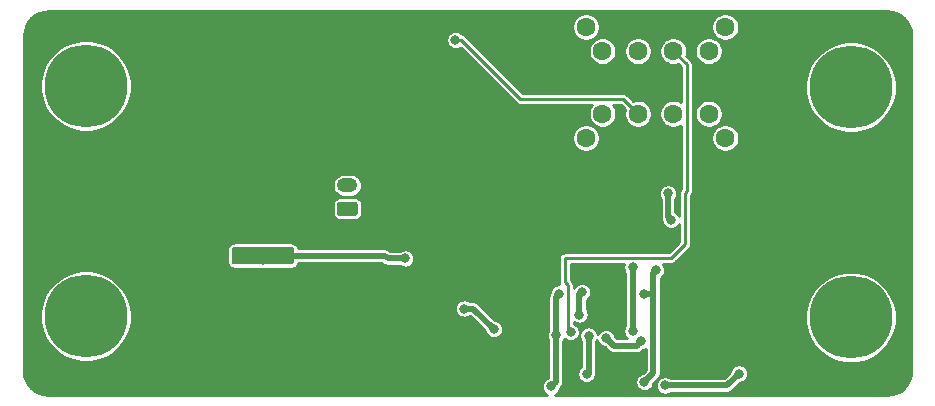
<source format=gbl>
G04 #@! TF.GenerationSoftware,KiCad,Pcbnew,(5.1.0)-1*
G04 #@! TF.CreationDate,2019-05-21T21:29:46+02:00*
G04 #@! TF.ProjectId,currentscaler,63757272-656e-4747-9363-616c65722e6b,rev?*
G04 #@! TF.SameCoordinates,Original*
G04 #@! TF.FileFunction,Copper,L2,Bot*
G04 #@! TF.FilePolarity,Positive*
%FSLAX46Y46*%
G04 Gerber Fmt 4.6, Leading zero omitted, Abs format (unit mm)*
G04 Created by KiCad (PCBNEW (5.1.0)-1) date 2019-05-21 21:29:46*
%MOMM*%
%LPD*%
G04 APERTURE LIST*
%ADD10O,1.750000X1.200000*%
%ADD11C,0.100000*%
%ADD12C,1.200000*%
%ADD13C,1.475000*%
%ADD14C,1.600000*%
%ADD15C,7.000000*%
%ADD16C,0.800000*%
%ADD17C,0.500000*%
%ADD18C,0.250000*%
%ADD19C,0.254000*%
G04 APERTURE END LIST*
D10*
X125600000Y-107800000D03*
D11*
G36*
X126249505Y-109201204D02*
G01*
X126273773Y-109204804D01*
X126297572Y-109210765D01*
X126320671Y-109219030D01*
X126342850Y-109229520D01*
X126363893Y-109242132D01*
X126383599Y-109256747D01*
X126401777Y-109273223D01*
X126418253Y-109291401D01*
X126432868Y-109311107D01*
X126445480Y-109332150D01*
X126455970Y-109354329D01*
X126464235Y-109377428D01*
X126470196Y-109401227D01*
X126473796Y-109425495D01*
X126475000Y-109449999D01*
X126475000Y-110150001D01*
X126473796Y-110174505D01*
X126470196Y-110198773D01*
X126464235Y-110222572D01*
X126455970Y-110245671D01*
X126445480Y-110267850D01*
X126432868Y-110288893D01*
X126418253Y-110308599D01*
X126401777Y-110326777D01*
X126383599Y-110343253D01*
X126363893Y-110357868D01*
X126342850Y-110370480D01*
X126320671Y-110380970D01*
X126297572Y-110389235D01*
X126273773Y-110395196D01*
X126249505Y-110398796D01*
X126225001Y-110400000D01*
X124974999Y-110400000D01*
X124950495Y-110398796D01*
X124926227Y-110395196D01*
X124902428Y-110389235D01*
X124879329Y-110380970D01*
X124857150Y-110370480D01*
X124836107Y-110357868D01*
X124816401Y-110343253D01*
X124798223Y-110326777D01*
X124781747Y-110308599D01*
X124767132Y-110288893D01*
X124754520Y-110267850D01*
X124744030Y-110245671D01*
X124735765Y-110222572D01*
X124729804Y-110198773D01*
X124726204Y-110174505D01*
X124725000Y-110150001D01*
X124725000Y-109449999D01*
X124726204Y-109425495D01*
X124729804Y-109401227D01*
X124735765Y-109377428D01*
X124744030Y-109354329D01*
X124754520Y-109332150D01*
X124767132Y-109311107D01*
X124781747Y-109291401D01*
X124798223Y-109273223D01*
X124816401Y-109256747D01*
X124836107Y-109242132D01*
X124857150Y-109229520D01*
X124879329Y-109219030D01*
X124902428Y-109210765D01*
X124926227Y-109204804D01*
X124950495Y-109201204D01*
X124974999Y-109200000D01*
X126225001Y-109200000D01*
X126249505Y-109201204D01*
X126249505Y-109201204D01*
G37*
D12*
X125600000Y-109800000D03*
D11*
G36*
X120874504Y-113026204D02*
G01*
X120898773Y-113029804D01*
X120922571Y-113035765D01*
X120945671Y-113044030D01*
X120967849Y-113054520D01*
X120988893Y-113067133D01*
X121008598Y-113081747D01*
X121026777Y-113098223D01*
X121043253Y-113116402D01*
X121057867Y-113136107D01*
X121070480Y-113157151D01*
X121080970Y-113179329D01*
X121089235Y-113202429D01*
X121095196Y-113226227D01*
X121098796Y-113250496D01*
X121100000Y-113275000D01*
X121100000Y-114250000D01*
X121098796Y-114274504D01*
X121095196Y-114298773D01*
X121089235Y-114322571D01*
X121080970Y-114345671D01*
X121070480Y-114367849D01*
X121057867Y-114388893D01*
X121043253Y-114408598D01*
X121026777Y-114426777D01*
X121008598Y-114443253D01*
X120988893Y-114457867D01*
X120967849Y-114470480D01*
X120945671Y-114480970D01*
X120922571Y-114489235D01*
X120898773Y-114495196D01*
X120874504Y-114498796D01*
X120850000Y-114500000D01*
X116050000Y-114500000D01*
X116025496Y-114498796D01*
X116001227Y-114495196D01*
X115977429Y-114489235D01*
X115954329Y-114480970D01*
X115932151Y-114470480D01*
X115911107Y-114457867D01*
X115891402Y-114443253D01*
X115873223Y-114426777D01*
X115856747Y-114408598D01*
X115842133Y-114388893D01*
X115829520Y-114367849D01*
X115819030Y-114345671D01*
X115810765Y-114322571D01*
X115804804Y-114298773D01*
X115801204Y-114274504D01*
X115800000Y-114250000D01*
X115800000Y-113275000D01*
X115801204Y-113250496D01*
X115804804Y-113226227D01*
X115810765Y-113202429D01*
X115819030Y-113179329D01*
X115829520Y-113157151D01*
X115842133Y-113136107D01*
X115856747Y-113116402D01*
X115873223Y-113098223D01*
X115891402Y-113081747D01*
X115911107Y-113067133D01*
X115932151Y-113054520D01*
X115954329Y-113044030D01*
X115977429Y-113035765D01*
X116001227Y-113029804D01*
X116025496Y-113026204D01*
X116050000Y-113025000D01*
X120850000Y-113025000D01*
X120874504Y-113026204D01*
X120874504Y-113026204D01*
G37*
D13*
X118450000Y-113762500D03*
D11*
G36*
X120874504Y-103401204D02*
G01*
X120898773Y-103404804D01*
X120922571Y-103410765D01*
X120945671Y-103419030D01*
X120967849Y-103429520D01*
X120988893Y-103442133D01*
X121008598Y-103456747D01*
X121026777Y-103473223D01*
X121043253Y-103491402D01*
X121057867Y-103511107D01*
X121070480Y-103532151D01*
X121080970Y-103554329D01*
X121089235Y-103577429D01*
X121095196Y-103601227D01*
X121098796Y-103625496D01*
X121100000Y-103650000D01*
X121100000Y-104625000D01*
X121098796Y-104649504D01*
X121095196Y-104673773D01*
X121089235Y-104697571D01*
X121080970Y-104720671D01*
X121070480Y-104742849D01*
X121057867Y-104763893D01*
X121043253Y-104783598D01*
X121026777Y-104801777D01*
X121008598Y-104818253D01*
X120988893Y-104832867D01*
X120967849Y-104845480D01*
X120945671Y-104855970D01*
X120922571Y-104864235D01*
X120898773Y-104870196D01*
X120874504Y-104873796D01*
X120850000Y-104875000D01*
X116050000Y-104875000D01*
X116025496Y-104873796D01*
X116001227Y-104870196D01*
X115977429Y-104864235D01*
X115954329Y-104855970D01*
X115932151Y-104845480D01*
X115911107Y-104832867D01*
X115891402Y-104818253D01*
X115873223Y-104801777D01*
X115856747Y-104783598D01*
X115842133Y-104763893D01*
X115829520Y-104742849D01*
X115819030Y-104720671D01*
X115810765Y-104697571D01*
X115804804Y-104673773D01*
X115801204Y-104649504D01*
X115800000Y-104625000D01*
X115800000Y-103650000D01*
X115801204Y-103625496D01*
X115804804Y-103601227D01*
X115810765Y-103577429D01*
X115819030Y-103554329D01*
X115829520Y-103532151D01*
X115842133Y-103511107D01*
X115856747Y-103491402D01*
X115873223Y-103473223D01*
X115891402Y-103456747D01*
X115911107Y-103442133D01*
X115932151Y-103429520D01*
X115954329Y-103419030D01*
X115977429Y-103410765D01*
X116001227Y-103404804D01*
X116025496Y-103401204D01*
X116050000Y-103400000D01*
X120850000Y-103400000D01*
X120874504Y-103401204D01*
X120874504Y-103401204D01*
G37*
D13*
X118450000Y-104137500D03*
D14*
X156200000Y-101750000D03*
X153200000Y-101750000D03*
X150200000Y-101750000D03*
X147200000Y-101750000D03*
X156200000Y-96450000D03*
X150200000Y-96450000D03*
X147200000Y-96450000D03*
X153200000Y-96450000D03*
X145800000Y-94400000D03*
X157600000Y-94400000D03*
X157600000Y-103800000D03*
X145800000Y-103800000D03*
D15*
X168230000Y-119000000D03*
X168230000Y-99500000D03*
X103460000Y-99390000D03*
X103460000Y-118890000D03*
D16*
X135500000Y-118250000D03*
X138000000Y-120000000D03*
X130500000Y-114000000D03*
X149750000Y-114750000D03*
X149750000Y-120162490D03*
X153250000Y-119250000D03*
X158750000Y-123750000D03*
X152500000Y-124750000D03*
X152750000Y-108500000D03*
X153000000Y-110750000D03*
X144500000Y-120250000D03*
X145250000Y-118750000D03*
X145470306Y-116832457D03*
X146024999Y-120533001D03*
X145850000Y-123787500D03*
X151750000Y-115000000D03*
X150750000Y-117000000D03*
X150750000Y-124449990D03*
X150500000Y-121000000D03*
X147500000Y-120750000D03*
X143250000Y-120500000D03*
X142840000Y-124840000D03*
X143524990Y-116973909D03*
X134750000Y-95500000D03*
X148400000Y-120200000D03*
X141200000Y-115800000D03*
X141000000Y-109200000D03*
D17*
X135500000Y-118250000D02*
X136250000Y-118250000D01*
X136250000Y-118250000D02*
X138000000Y-120000000D01*
X128700000Y-113762500D02*
X117700000Y-113762500D01*
X129000000Y-114000000D02*
X128800000Y-113800000D01*
X130500000Y-114000000D02*
X129000000Y-114000000D01*
X149750000Y-114750000D02*
X149750000Y-120162490D01*
X158750000Y-123750000D02*
X157750000Y-124750000D01*
X157750000Y-124750000D02*
X152500000Y-124750000D01*
X152750000Y-108500000D02*
X152750000Y-110500000D01*
X152750000Y-110500000D02*
X153000000Y-110750000D01*
D18*
X144250000Y-120000000D02*
X144500000Y-120250000D01*
X144000000Y-116000000D02*
X144250000Y-116250000D01*
X144250000Y-116250000D02*
X144250000Y-120000000D01*
X144000000Y-114000000D02*
X144000000Y-116000000D01*
X154325001Y-97575001D02*
X154325001Y-108325001D01*
X153200000Y-96450000D02*
X154325001Y-97575001D01*
X154200000Y-108450002D02*
X154200000Y-112800000D01*
X154200000Y-112800000D02*
X153000000Y-114000000D01*
X154325001Y-108325001D02*
X154200000Y-108450002D01*
X153000000Y-114000000D02*
X144000000Y-114000000D01*
D17*
X145250000Y-118750000D02*
X145250000Y-117052763D01*
X145250000Y-117052763D02*
X145470306Y-116832457D01*
X146024999Y-120533001D02*
X146024999Y-123612501D01*
X146024999Y-123612501D02*
X145850000Y-123787500D01*
X151500000Y-115250000D02*
X151750000Y-115000000D01*
X150750000Y-117000000D02*
X151500000Y-117000000D01*
X151500000Y-117000000D02*
X151500000Y-115250000D01*
X151149999Y-124049991D02*
X150750000Y-124449990D01*
X151500000Y-123699990D02*
X151149999Y-124049991D01*
X151500000Y-117000000D02*
X151500000Y-123699990D01*
X148149999Y-121399999D02*
X147899999Y-121149999D01*
X147899999Y-121149999D02*
X147500000Y-120750000D01*
X150500000Y-121000000D02*
X150100001Y-121399999D01*
X150100001Y-121399999D02*
X148149999Y-121399999D01*
X143250000Y-120500000D02*
X143250000Y-124430000D01*
X143239999Y-124440001D02*
X142840000Y-124840000D01*
X143250000Y-124430000D02*
X143239999Y-124440001D01*
X143250000Y-117248899D02*
X143524990Y-116973909D01*
X143250000Y-120500000D02*
X143250000Y-117248899D01*
D18*
X135250000Y-95500000D02*
X134750000Y-95500000D01*
X140250000Y-100500000D02*
X135250000Y-95500000D01*
X150200000Y-101750000D02*
X148950000Y-100500000D01*
X148950000Y-100500000D02*
X140250000Y-100500000D01*
D19*
G36*
X171697216Y-93093919D02*
G01*
X172079297Y-93209276D01*
X172431701Y-93396652D01*
X172740996Y-93648906D01*
X172995405Y-93956433D01*
X173185238Y-94307522D01*
X173303259Y-94688787D01*
X173347200Y-95106854D01*
X173347201Y-123477844D01*
X173306081Y-123897217D01*
X173190723Y-124279301D01*
X173003347Y-124631702D01*
X172751092Y-124940998D01*
X172443566Y-125195405D01*
X172092479Y-125385237D01*
X171711213Y-125503259D01*
X171293138Y-125547200D01*
X143165156Y-125547200D01*
X143208426Y-125529277D01*
X143335818Y-125444156D01*
X143444156Y-125335818D01*
X143529277Y-125208426D01*
X143587909Y-125066876D01*
X143609498Y-124958344D01*
X143672112Y-124895730D01*
X143696069Y-124876069D01*
X143774522Y-124780474D01*
X143832817Y-124671411D01*
X143868716Y-124553070D01*
X143877800Y-124460836D01*
X143877800Y-124460833D01*
X143880837Y-124430000D01*
X143877800Y-124399167D01*
X143877800Y-120960432D01*
X143939277Y-120868426D01*
X143962467Y-120812441D01*
X144004182Y-120854156D01*
X144131574Y-120939277D01*
X144273124Y-120997909D01*
X144423393Y-121027800D01*
X144576607Y-121027800D01*
X144726876Y-120997909D01*
X144868426Y-120939277D01*
X144995818Y-120854156D01*
X145104156Y-120745818D01*
X145189277Y-120618426D01*
X145247199Y-120478590D01*
X145247199Y-120609608D01*
X145277090Y-120759877D01*
X145335722Y-120901427D01*
X145397199Y-120993434D01*
X145397200Y-123154600D01*
X145354182Y-123183344D01*
X145245844Y-123291682D01*
X145160723Y-123419074D01*
X145102091Y-123560624D01*
X145072200Y-123710893D01*
X145072200Y-123864107D01*
X145102091Y-124014376D01*
X145160723Y-124155926D01*
X145245844Y-124283318D01*
X145354182Y-124391656D01*
X145481574Y-124476777D01*
X145623124Y-124535409D01*
X145773393Y-124565300D01*
X145926607Y-124565300D01*
X146076876Y-124535409D01*
X146218426Y-124476777D01*
X146345818Y-124391656D01*
X146454156Y-124283318D01*
X146539277Y-124155926D01*
X146597909Y-124014376D01*
X146627800Y-123864107D01*
X146627800Y-123788035D01*
X146643715Y-123735571D01*
X146652799Y-123643337D01*
X146652799Y-123643327D01*
X146655835Y-123612501D01*
X146652799Y-123581675D01*
X146652799Y-120993433D01*
X146714276Y-120901427D01*
X146729684Y-120864229D01*
X146752091Y-120976876D01*
X146810723Y-121118426D01*
X146895844Y-121245818D01*
X147004182Y-121354156D01*
X147131574Y-121439277D01*
X147273124Y-121497909D01*
X147381656Y-121519498D01*
X147684269Y-121822111D01*
X147703930Y-121846068D01*
X147799525Y-121924521D01*
X147908588Y-121982816D01*
X148026929Y-122018715D01*
X148119163Y-122027799D01*
X148119172Y-122027799D01*
X148149998Y-122030835D01*
X148180824Y-122027799D01*
X150069175Y-122027799D01*
X150100001Y-122030835D01*
X150130827Y-122027799D01*
X150130837Y-122027799D01*
X150223071Y-122018715D01*
X150341412Y-121982816D01*
X150450475Y-121924521D01*
X150546070Y-121846068D01*
X150565731Y-121822111D01*
X150618344Y-121769498D01*
X150726876Y-121747909D01*
X150868426Y-121689277D01*
X150872201Y-121686755D01*
X150872201Y-123439947D01*
X150631656Y-123680492D01*
X150523124Y-123702081D01*
X150381574Y-123760713D01*
X150254182Y-123845834D01*
X150145844Y-123954172D01*
X150060723Y-124081564D01*
X150002091Y-124223114D01*
X149972200Y-124373383D01*
X149972200Y-124526597D01*
X150002091Y-124676866D01*
X150060723Y-124818416D01*
X150145844Y-124945808D01*
X150254182Y-125054146D01*
X150381574Y-125139267D01*
X150523124Y-125197899D01*
X150673393Y-125227790D01*
X150826607Y-125227790D01*
X150976876Y-125197899D01*
X151118426Y-125139267D01*
X151245818Y-125054146D01*
X151354156Y-124945808D01*
X151439277Y-124818416D01*
X151497909Y-124676866D01*
X151498599Y-124673393D01*
X151722200Y-124673393D01*
X151722200Y-124826607D01*
X151752091Y-124976876D01*
X151810723Y-125118426D01*
X151895844Y-125245818D01*
X152004182Y-125354156D01*
X152131574Y-125439277D01*
X152273124Y-125497909D01*
X152423393Y-125527800D01*
X152576607Y-125527800D01*
X152726876Y-125497909D01*
X152868426Y-125439277D01*
X152960432Y-125377800D01*
X157719174Y-125377800D01*
X157750000Y-125380836D01*
X157780826Y-125377800D01*
X157780836Y-125377800D01*
X157873070Y-125368716D01*
X157991411Y-125332817D01*
X158100474Y-125274522D01*
X158196069Y-125196069D01*
X158215730Y-125172112D01*
X158868345Y-124519498D01*
X158976876Y-124497909D01*
X159118426Y-124439277D01*
X159245818Y-124354156D01*
X159354156Y-124245818D01*
X159439277Y-124118426D01*
X159497909Y-123976876D01*
X159527800Y-123826607D01*
X159527800Y-123673393D01*
X159497909Y-123523124D01*
X159439277Y-123381574D01*
X159354156Y-123254182D01*
X159245818Y-123145844D01*
X159118426Y-123060723D01*
X158976876Y-123002091D01*
X158826607Y-122972200D01*
X158673393Y-122972200D01*
X158523124Y-123002091D01*
X158381574Y-123060723D01*
X158254182Y-123145844D01*
X158145844Y-123254182D01*
X158060723Y-123381574D01*
X158002091Y-123523124D01*
X157980502Y-123631655D01*
X157489958Y-124122200D01*
X152960432Y-124122200D01*
X152868426Y-124060723D01*
X152726876Y-124002091D01*
X152576607Y-123972200D01*
X152423393Y-123972200D01*
X152273124Y-124002091D01*
X152131574Y-124060723D01*
X152004182Y-124145844D01*
X151895844Y-124254182D01*
X151810723Y-124381574D01*
X151752091Y-124523124D01*
X151722200Y-124673393D01*
X151498599Y-124673393D01*
X151519498Y-124568334D01*
X151922112Y-124165720D01*
X151946069Y-124146059D01*
X152024522Y-124050464D01*
X152082817Y-123941401D01*
X152118716Y-123823060D01*
X152127800Y-123730826D01*
X152127800Y-123730817D01*
X152130836Y-123699991D01*
X152127800Y-123669165D01*
X152127800Y-118618070D01*
X164352200Y-118618070D01*
X164352200Y-119381930D01*
X164501222Y-120131113D01*
X164793538Y-120836827D01*
X165217916Y-121471953D01*
X165758047Y-122012084D01*
X166393173Y-122436462D01*
X167098887Y-122728778D01*
X167848070Y-122877800D01*
X168611930Y-122877800D01*
X169361113Y-122728778D01*
X170066827Y-122436462D01*
X170701953Y-122012084D01*
X171242084Y-121471953D01*
X171666462Y-120836827D01*
X171958778Y-120131113D01*
X172107800Y-119381930D01*
X172107800Y-118618070D01*
X171958778Y-117868887D01*
X171666462Y-117163173D01*
X171242084Y-116528047D01*
X170701953Y-115987916D01*
X170066827Y-115563538D01*
X169361113Y-115271222D01*
X168611930Y-115122200D01*
X167848070Y-115122200D01*
X167098887Y-115271222D01*
X166393173Y-115563538D01*
X165758047Y-115987916D01*
X165217916Y-116528047D01*
X164793538Y-117163173D01*
X164501222Y-117868887D01*
X164352200Y-118618070D01*
X152127800Y-118618070D01*
X152127800Y-117030835D01*
X152130837Y-117000000D01*
X152127800Y-116969164D01*
X152127800Y-115683013D01*
X152245818Y-115604156D01*
X152354156Y-115495818D01*
X152439277Y-115368426D01*
X152497909Y-115226876D01*
X152527800Y-115076607D01*
X152527800Y-114923393D01*
X152497909Y-114773124D01*
X152439277Y-114631574D01*
X152354156Y-114504182D01*
X152352774Y-114502800D01*
X152975308Y-114502800D01*
X153000000Y-114505232D01*
X153024692Y-114502800D01*
X153098566Y-114495524D01*
X153193344Y-114466774D01*
X153280692Y-114420085D01*
X153357253Y-114357253D01*
X153372996Y-114338070D01*
X154538070Y-113172996D01*
X154557253Y-113157253D01*
X154620085Y-113080692D01*
X154666774Y-112993344D01*
X154695524Y-112898566D01*
X154702800Y-112824692D01*
X154702800Y-112824683D01*
X154705231Y-112800001D01*
X154702800Y-112775319D01*
X154702800Y-108657219D01*
X154745086Y-108605693D01*
X154791775Y-108518345D01*
X154820525Y-108423567D01*
X154827801Y-108349693D01*
X154827801Y-108349686D01*
X154830232Y-108325002D01*
X154827801Y-108300317D01*
X154827801Y-103683997D01*
X156422200Y-103683997D01*
X156422200Y-103916003D01*
X156467462Y-104143552D01*
X156556247Y-104357898D01*
X156685143Y-104550804D01*
X156849196Y-104714857D01*
X157042102Y-104843753D01*
X157256448Y-104932538D01*
X157483997Y-104977800D01*
X157716003Y-104977800D01*
X157943552Y-104932538D01*
X158157898Y-104843753D01*
X158350804Y-104714857D01*
X158514857Y-104550804D01*
X158643753Y-104357898D01*
X158732538Y-104143552D01*
X158777800Y-103916003D01*
X158777800Y-103683997D01*
X158732538Y-103456448D01*
X158643753Y-103242102D01*
X158514857Y-103049196D01*
X158350804Y-102885143D01*
X158157898Y-102756247D01*
X157943552Y-102667462D01*
X157716003Y-102622200D01*
X157483997Y-102622200D01*
X157256448Y-102667462D01*
X157042102Y-102756247D01*
X156849196Y-102885143D01*
X156685143Y-103049196D01*
X156556247Y-103242102D01*
X156467462Y-103456448D01*
X156422200Y-103683997D01*
X154827801Y-103683997D01*
X154827801Y-101633997D01*
X155022200Y-101633997D01*
X155022200Y-101866003D01*
X155067462Y-102093552D01*
X155156247Y-102307898D01*
X155285143Y-102500804D01*
X155449196Y-102664857D01*
X155642102Y-102793753D01*
X155856448Y-102882538D01*
X156083997Y-102927800D01*
X156316003Y-102927800D01*
X156543552Y-102882538D01*
X156757898Y-102793753D01*
X156950804Y-102664857D01*
X157114857Y-102500804D01*
X157243753Y-102307898D01*
X157332538Y-102093552D01*
X157377800Y-101866003D01*
X157377800Y-101633997D01*
X157332538Y-101406448D01*
X157243753Y-101192102D01*
X157114857Y-100999196D01*
X156950804Y-100835143D01*
X156757898Y-100706247D01*
X156543552Y-100617462D01*
X156316003Y-100572200D01*
X156083997Y-100572200D01*
X155856448Y-100617462D01*
X155642102Y-100706247D01*
X155449196Y-100835143D01*
X155285143Y-100999196D01*
X155156247Y-101192102D01*
X155067462Y-101406448D01*
X155022200Y-101633997D01*
X154827801Y-101633997D01*
X154827801Y-99118070D01*
X164352200Y-99118070D01*
X164352200Y-99881930D01*
X164501222Y-100631113D01*
X164793538Y-101336827D01*
X165217916Y-101971953D01*
X165758047Y-102512084D01*
X166393173Y-102936462D01*
X167098887Y-103228778D01*
X167848070Y-103377800D01*
X168611930Y-103377800D01*
X169361113Y-103228778D01*
X170066827Y-102936462D01*
X170701953Y-102512084D01*
X171242084Y-101971953D01*
X171666462Y-101336827D01*
X171958778Y-100631113D01*
X172107800Y-99881930D01*
X172107800Y-99118070D01*
X171958778Y-98368887D01*
X171666462Y-97663173D01*
X171242084Y-97028047D01*
X170701953Y-96487916D01*
X170066827Y-96063538D01*
X169361113Y-95771222D01*
X168611930Y-95622200D01*
X167848070Y-95622200D01*
X167098887Y-95771222D01*
X166393173Y-96063538D01*
X165758047Y-96487916D01*
X165217916Y-97028047D01*
X164793538Y-97663173D01*
X164501222Y-98368887D01*
X164352200Y-99118070D01*
X154827801Y-99118070D01*
X154827801Y-97599693D01*
X154830233Y-97575001D01*
X154820525Y-97476435D01*
X154791775Y-97381657D01*
X154745086Y-97294309D01*
X154697994Y-97236927D01*
X154697993Y-97236926D01*
X154682254Y-97217748D01*
X154663076Y-97202009D01*
X154309716Y-96848649D01*
X154332538Y-96793552D01*
X154377800Y-96566003D01*
X154377800Y-96333997D01*
X155022200Y-96333997D01*
X155022200Y-96566003D01*
X155067462Y-96793552D01*
X155156247Y-97007898D01*
X155285143Y-97200804D01*
X155449196Y-97364857D01*
X155642102Y-97493753D01*
X155856448Y-97582538D01*
X156083997Y-97627800D01*
X156316003Y-97627800D01*
X156543552Y-97582538D01*
X156757898Y-97493753D01*
X156950804Y-97364857D01*
X157114857Y-97200804D01*
X157243753Y-97007898D01*
X157332538Y-96793552D01*
X157377800Y-96566003D01*
X157377800Y-96333997D01*
X157332538Y-96106448D01*
X157243753Y-95892102D01*
X157114857Y-95699196D01*
X156950804Y-95535143D01*
X156757898Y-95406247D01*
X156543552Y-95317462D01*
X156316003Y-95272200D01*
X156083997Y-95272200D01*
X155856448Y-95317462D01*
X155642102Y-95406247D01*
X155449196Y-95535143D01*
X155285143Y-95699196D01*
X155156247Y-95892102D01*
X155067462Y-96106448D01*
X155022200Y-96333997D01*
X154377800Y-96333997D01*
X154332538Y-96106448D01*
X154243753Y-95892102D01*
X154114857Y-95699196D01*
X153950804Y-95535143D01*
X153757898Y-95406247D01*
X153543552Y-95317462D01*
X153316003Y-95272200D01*
X153083997Y-95272200D01*
X152856448Y-95317462D01*
X152642102Y-95406247D01*
X152449196Y-95535143D01*
X152285143Y-95699196D01*
X152156247Y-95892102D01*
X152067462Y-96106448D01*
X152022200Y-96333997D01*
X152022200Y-96566003D01*
X152067462Y-96793552D01*
X152156247Y-97007898D01*
X152285143Y-97200804D01*
X152449196Y-97364857D01*
X152642102Y-97493753D01*
X152856448Y-97582538D01*
X153083997Y-97627800D01*
X153316003Y-97627800D01*
X153543552Y-97582538D01*
X153598649Y-97559716D01*
X153822201Y-97783268D01*
X153822201Y-100749213D01*
X153757898Y-100706247D01*
X153543552Y-100617462D01*
X153316003Y-100572200D01*
X153083997Y-100572200D01*
X152856448Y-100617462D01*
X152642102Y-100706247D01*
X152449196Y-100835143D01*
X152285143Y-100999196D01*
X152156247Y-101192102D01*
X152067462Y-101406448D01*
X152022200Y-101633997D01*
X152022200Y-101866003D01*
X152067462Y-102093552D01*
X152156247Y-102307898D01*
X152285143Y-102500804D01*
X152449196Y-102664857D01*
X152642102Y-102793753D01*
X152856448Y-102882538D01*
X153083997Y-102927800D01*
X153316003Y-102927800D01*
X153543552Y-102882538D01*
X153757898Y-102793753D01*
X153822201Y-102750787D01*
X153822202Y-108117783D01*
X153779915Y-108169310D01*
X153733226Y-108256659D01*
X153712495Y-108325002D01*
X153704476Y-108351437D01*
X153694768Y-108450002D01*
X153697200Y-108474694D01*
X153697200Y-110400703D01*
X153689277Y-110381574D01*
X153604156Y-110254182D01*
X153495818Y-110145844D01*
X153377800Y-110066987D01*
X153377800Y-108960432D01*
X153439277Y-108868426D01*
X153497909Y-108726876D01*
X153527800Y-108576607D01*
X153527800Y-108423393D01*
X153497909Y-108273124D01*
X153439277Y-108131574D01*
X153354156Y-108004182D01*
X153245818Y-107895844D01*
X153118426Y-107810723D01*
X152976876Y-107752091D01*
X152826607Y-107722200D01*
X152673393Y-107722200D01*
X152523124Y-107752091D01*
X152381574Y-107810723D01*
X152254182Y-107895844D01*
X152145844Y-108004182D01*
X152060723Y-108131574D01*
X152002091Y-108273124D01*
X151972200Y-108423393D01*
X151972200Y-108576607D01*
X152002091Y-108726876D01*
X152060723Y-108868426D01*
X152122200Y-108960433D01*
X152122201Y-110469164D01*
X152119164Y-110500000D01*
X152131285Y-110623070D01*
X152167183Y-110741410D01*
X152187611Y-110779628D01*
X152225479Y-110850474D01*
X152227417Y-110852836D01*
X152252091Y-110976876D01*
X152310723Y-111118426D01*
X152395844Y-111245818D01*
X152504182Y-111354156D01*
X152631574Y-111439277D01*
X152773124Y-111497909D01*
X152923393Y-111527800D01*
X153076607Y-111527800D01*
X153226876Y-111497909D01*
X153368426Y-111439277D01*
X153495818Y-111354156D01*
X153604156Y-111245818D01*
X153689277Y-111118426D01*
X153697201Y-111099297D01*
X153697201Y-112591733D01*
X152791734Y-113497200D01*
X144024692Y-113497200D01*
X144000000Y-113494768D01*
X143975308Y-113497200D01*
X143901434Y-113504476D01*
X143806656Y-113533226D01*
X143719308Y-113579915D01*
X143642747Y-113642747D01*
X143579915Y-113719308D01*
X143533226Y-113806656D01*
X143504476Y-113901434D01*
X143494768Y-114000000D01*
X143497200Y-114024693D01*
X143497201Y-115975298D01*
X143494768Y-116000000D01*
X143504476Y-116098565D01*
X143533227Y-116193344D01*
X143534705Y-116196109D01*
X143448383Y-116196109D01*
X143298114Y-116226000D01*
X143156564Y-116284632D01*
X143029172Y-116369753D01*
X142920834Y-116478091D01*
X142835713Y-116605483D01*
X142777081Y-116747033D01*
X142753841Y-116863866D01*
X142725479Y-116898425D01*
X142667183Y-117007489D01*
X142631285Y-117125829D01*
X142619164Y-117248899D01*
X142622201Y-117279735D01*
X142622200Y-120039567D01*
X142560723Y-120131574D01*
X142502091Y-120273124D01*
X142472200Y-120423393D01*
X142472200Y-120576607D01*
X142502091Y-120726876D01*
X142560723Y-120868426D01*
X142622200Y-120960433D01*
X142622201Y-124090285D01*
X142613124Y-124092091D01*
X142471574Y-124150723D01*
X142344182Y-124235844D01*
X142235844Y-124344182D01*
X142150723Y-124471574D01*
X142092091Y-124613124D01*
X142062200Y-124763393D01*
X142062200Y-124916607D01*
X142092091Y-125066876D01*
X142150723Y-125208426D01*
X142235844Y-125335818D01*
X142344182Y-125444156D01*
X142471574Y-125529277D01*
X142514844Y-125547200D01*
X100272146Y-125547200D01*
X99852783Y-125506081D01*
X99470699Y-125390723D01*
X99118298Y-125203347D01*
X98809002Y-124951092D01*
X98554595Y-124643566D01*
X98364763Y-124292479D01*
X98246741Y-123911213D01*
X98202812Y-123493256D01*
X98211588Y-118508070D01*
X99582200Y-118508070D01*
X99582200Y-119271930D01*
X99731222Y-120021113D01*
X100023538Y-120726827D01*
X100447916Y-121361953D01*
X100988047Y-121902084D01*
X101623173Y-122326462D01*
X102328887Y-122618778D01*
X103078070Y-122767800D01*
X103841930Y-122767800D01*
X104591113Y-122618778D01*
X105296827Y-122326462D01*
X105931953Y-121902084D01*
X106472084Y-121361953D01*
X106896462Y-120726827D01*
X107188778Y-120021113D01*
X107337800Y-119271930D01*
X107337800Y-118508070D01*
X107271229Y-118173393D01*
X134722200Y-118173393D01*
X134722200Y-118326607D01*
X134752091Y-118476876D01*
X134810723Y-118618426D01*
X134895844Y-118745818D01*
X135004182Y-118854156D01*
X135131574Y-118939277D01*
X135273124Y-118997909D01*
X135423393Y-119027800D01*
X135576607Y-119027800D01*
X135726876Y-118997909D01*
X135868426Y-118939277D01*
X135960432Y-118877800D01*
X135989958Y-118877800D01*
X137230503Y-120118346D01*
X137252091Y-120226876D01*
X137310723Y-120368426D01*
X137395844Y-120495818D01*
X137504182Y-120604156D01*
X137631574Y-120689277D01*
X137773124Y-120747909D01*
X137923393Y-120777800D01*
X138076607Y-120777800D01*
X138226876Y-120747909D01*
X138368426Y-120689277D01*
X138495818Y-120604156D01*
X138604156Y-120495818D01*
X138689277Y-120368426D01*
X138747909Y-120226876D01*
X138777800Y-120076607D01*
X138777800Y-119923393D01*
X138747909Y-119773124D01*
X138689277Y-119631574D01*
X138604156Y-119504182D01*
X138495818Y-119395844D01*
X138368426Y-119310723D01*
X138226876Y-119252091D01*
X138118346Y-119230503D01*
X136715730Y-117827888D01*
X136696069Y-117803931D01*
X136600474Y-117725478D01*
X136491411Y-117667183D01*
X136373070Y-117631284D01*
X136280836Y-117622200D01*
X136280826Y-117622200D01*
X136250000Y-117619164D01*
X136219174Y-117622200D01*
X135960432Y-117622200D01*
X135868426Y-117560723D01*
X135726876Y-117502091D01*
X135576607Y-117472200D01*
X135423393Y-117472200D01*
X135273124Y-117502091D01*
X135131574Y-117560723D01*
X135004182Y-117645844D01*
X134895844Y-117754182D01*
X134810723Y-117881574D01*
X134752091Y-118023124D01*
X134722200Y-118173393D01*
X107271229Y-118173393D01*
X107188778Y-117758887D01*
X106896462Y-117053173D01*
X106472084Y-116418047D01*
X105931953Y-115877916D01*
X105296827Y-115453538D01*
X104591113Y-115161222D01*
X103841930Y-115012200D01*
X103078070Y-115012200D01*
X102328887Y-115161222D01*
X101623173Y-115453538D01*
X100988047Y-115877916D01*
X100447916Y-116418047D01*
X100023538Y-117053173D01*
X99731222Y-117758887D01*
X99582200Y-118508070D01*
X98211588Y-118508070D01*
X98220801Y-113275000D01*
X115420372Y-113275000D01*
X115420372Y-114250000D01*
X115432470Y-114372834D01*
X115468300Y-114490948D01*
X115526483Y-114599803D01*
X115604786Y-114695214D01*
X115700197Y-114773517D01*
X115809052Y-114831700D01*
X115927166Y-114867530D01*
X116050000Y-114879628D01*
X120850000Y-114879628D01*
X120972834Y-114867530D01*
X121090948Y-114831700D01*
X121199803Y-114773517D01*
X121295214Y-114695214D01*
X121373517Y-114599803D01*
X121431700Y-114490948D01*
X121462232Y-114390300D01*
X128502457Y-114390300D01*
X128534273Y-114422116D01*
X128553931Y-114446069D01*
X128649526Y-114524522D01*
X128758589Y-114582817D01*
X128876930Y-114618716D01*
X128969164Y-114627800D01*
X128969166Y-114627800D01*
X129000000Y-114630837D01*
X129030833Y-114627800D01*
X130039568Y-114627800D01*
X130131574Y-114689277D01*
X130273124Y-114747909D01*
X130423393Y-114777800D01*
X130576607Y-114777800D01*
X130726876Y-114747909D01*
X130868426Y-114689277D01*
X130995818Y-114604156D01*
X131104156Y-114495818D01*
X131189277Y-114368426D01*
X131247909Y-114226876D01*
X131277800Y-114076607D01*
X131277800Y-113923393D01*
X131247909Y-113773124D01*
X131189277Y-113631574D01*
X131104156Y-113504182D01*
X130995818Y-113395844D01*
X130868426Y-113310723D01*
X130726876Y-113252091D01*
X130576607Y-113222200D01*
X130423393Y-113222200D01*
X130273124Y-113252091D01*
X130131574Y-113310723D01*
X130039568Y-113372200D01*
X129260042Y-113372200D01*
X129222117Y-113334275D01*
X129150474Y-113275479D01*
X129041410Y-113217183D01*
X128972410Y-113196252D01*
X128941411Y-113179683D01*
X128823070Y-113143784D01*
X128730836Y-113134700D01*
X121462232Y-113134700D01*
X121431700Y-113034052D01*
X121373517Y-112925197D01*
X121295214Y-112829786D01*
X121199803Y-112751483D01*
X121090948Y-112693300D01*
X120972834Y-112657470D01*
X120850000Y-112645372D01*
X116050000Y-112645372D01*
X115927166Y-112657470D01*
X115809052Y-112693300D01*
X115700197Y-112751483D01*
X115604786Y-112829786D01*
X115526483Y-112925197D01*
X115468300Y-113034052D01*
X115432470Y-113152166D01*
X115420372Y-113275000D01*
X98220801Y-113275000D01*
X98227535Y-109449999D01*
X124345372Y-109449999D01*
X124345372Y-110150001D01*
X124357470Y-110272835D01*
X124393300Y-110390949D01*
X124451483Y-110499803D01*
X124529785Y-110595215D01*
X124625197Y-110673517D01*
X124734051Y-110731700D01*
X124852165Y-110767530D01*
X124974999Y-110779628D01*
X126225001Y-110779628D01*
X126347835Y-110767530D01*
X126465949Y-110731700D01*
X126574803Y-110673517D01*
X126670215Y-110595215D01*
X126748517Y-110499803D01*
X126806700Y-110390949D01*
X126842530Y-110272835D01*
X126854628Y-110150001D01*
X126854628Y-109449999D01*
X126842530Y-109327165D01*
X126806700Y-109209051D01*
X126748517Y-109100197D01*
X126670215Y-109004785D01*
X126574803Y-108926483D01*
X126465949Y-108868300D01*
X126347835Y-108832470D01*
X126225001Y-108820372D01*
X124974999Y-108820372D01*
X124852165Y-108832470D01*
X124734051Y-108868300D01*
X124625197Y-108926483D01*
X124529785Y-109004785D01*
X124451483Y-109100197D01*
X124393300Y-109209051D01*
X124357470Y-109327165D01*
X124345372Y-109449999D01*
X98227535Y-109449999D01*
X98230440Y-107800000D01*
X124342469Y-107800000D01*
X124361348Y-107991682D01*
X124417260Y-108175998D01*
X124508055Y-108345865D01*
X124630246Y-108494754D01*
X124779135Y-108616945D01*
X124949002Y-108707740D01*
X125133318Y-108763652D01*
X125276965Y-108777800D01*
X125923035Y-108777800D01*
X126066682Y-108763652D01*
X126250998Y-108707740D01*
X126420865Y-108616945D01*
X126569754Y-108494754D01*
X126691945Y-108345865D01*
X126782740Y-108175998D01*
X126838652Y-107991682D01*
X126857531Y-107800000D01*
X126838652Y-107608318D01*
X126782740Y-107424002D01*
X126691945Y-107254135D01*
X126569754Y-107105246D01*
X126420865Y-106983055D01*
X126250998Y-106892260D01*
X126066682Y-106836348D01*
X125923035Y-106822200D01*
X125276965Y-106822200D01*
X125133318Y-106836348D01*
X124949002Y-106892260D01*
X124779135Y-106983055D01*
X124630246Y-107105246D01*
X124508055Y-107254135D01*
X124417260Y-107424002D01*
X124361348Y-107608318D01*
X124342469Y-107800000D01*
X98230440Y-107800000D01*
X98237687Y-103683997D01*
X144622200Y-103683997D01*
X144622200Y-103916003D01*
X144667462Y-104143552D01*
X144756247Y-104357898D01*
X144885143Y-104550804D01*
X145049196Y-104714857D01*
X145242102Y-104843753D01*
X145456448Y-104932538D01*
X145683997Y-104977800D01*
X145916003Y-104977800D01*
X146143552Y-104932538D01*
X146357898Y-104843753D01*
X146550804Y-104714857D01*
X146714857Y-104550804D01*
X146843753Y-104357898D01*
X146932538Y-104143552D01*
X146977800Y-103916003D01*
X146977800Y-103683997D01*
X146932538Y-103456448D01*
X146843753Y-103242102D01*
X146714857Y-103049196D01*
X146550804Y-102885143D01*
X146357898Y-102756247D01*
X146143552Y-102667462D01*
X145916003Y-102622200D01*
X145683997Y-102622200D01*
X145456448Y-102667462D01*
X145242102Y-102756247D01*
X145049196Y-102885143D01*
X144885143Y-103049196D01*
X144756247Y-103242102D01*
X144667462Y-103456448D01*
X144622200Y-103683997D01*
X98237687Y-103683997D01*
X98245920Y-99008070D01*
X99582200Y-99008070D01*
X99582200Y-99771930D01*
X99731222Y-100521113D01*
X100023538Y-101226827D01*
X100447916Y-101861953D01*
X100988047Y-102402084D01*
X101623173Y-102826462D01*
X102328887Y-103118778D01*
X103078070Y-103267800D01*
X103841930Y-103267800D01*
X104591113Y-103118778D01*
X105296827Y-102826462D01*
X105931953Y-102402084D01*
X106472084Y-101861953D01*
X106896462Y-101226827D01*
X107188778Y-100521113D01*
X107337800Y-99771930D01*
X107337800Y-99008070D01*
X107188778Y-98258887D01*
X106896462Y-97553173D01*
X106472084Y-96918047D01*
X105931953Y-96377916D01*
X105296827Y-95953538D01*
X104591113Y-95661222D01*
X103841930Y-95512200D01*
X103078070Y-95512200D01*
X102328887Y-95661222D01*
X101623173Y-95953538D01*
X100988047Y-96377916D01*
X100447916Y-96918047D01*
X100023538Y-97553173D01*
X99731222Y-98258887D01*
X99582200Y-99008070D01*
X98245920Y-99008070D01*
X98252231Y-95423393D01*
X133972200Y-95423393D01*
X133972200Y-95576607D01*
X134002091Y-95726876D01*
X134060723Y-95868426D01*
X134145844Y-95995818D01*
X134254182Y-96104156D01*
X134381574Y-96189277D01*
X134523124Y-96247909D01*
X134673393Y-96277800D01*
X134826607Y-96277800D01*
X134976876Y-96247909D01*
X135118426Y-96189277D01*
X135184237Y-96145303D01*
X139877006Y-100838073D01*
X139892747Y-100857253D01*
X139911925Y-100872992D01*
X139911926Y-100872993D01*
X139969308Y-100920085D01*
X140056655Y-100966774D01*
X140151434Y-100995524D01*
X140250000Y-101005232D01*
X140274692Y-101002800D01*
X146282735Y-101002800D01*
X146156247Y-101192102D01*
X146067462Y-101406448D01*
X146022200Y-101633997D01*
X146022200Y-101866003D01*
X146067462Y-102093552D01*
X146156247Y-102307898D01*
X146285143Y-102500804D01*
X146449196Y-102664857D01*
X146642102Y-102793753D01*
X146856448Y-102882538D01*
X147083997Y-102927800D01*
X147316003Y-102927800D01*
X147543552Y-102882538D01*
X147757898Y-102793753D01*
X147950804Y-102664857D01*
X148114857Y-102500804D01*
X148243753Y-102307898D01*
X148332538Y-102093552D01*
X148377800Y-101866003D01*
X148377800Y-101633997D01*
X148332538Y-101406448D01*
X148243753Y-101192102D01*
X148117265Y-101002800D01*
X148741734Y-101002800D01*
X149090284Y-101351351D01*
X149067462Y-101406448D01*
X149022200Y-101633997D01*
X149022200Y-101866003D01*
X149067462Y-102093552D01*
X149156247Y-102307898D01*
X149285143Y-102500804D01*
X149449196Y-102664857D01*
X149642102Y-102793753D01*
X149856448Y-102882538D01*
X150083997Y-102927800D01*
X150316003Y-102927800D01*
X150543552Y-102882538D01*
X150757898Y-102793753D01*
X150950804Y-102664857D01*
X151114857Y-102500804D01*
X151243753Y-102307898D01*
X151332538Y-102093552D01*
X151377800Y-101866003D01*
X151377800Y-101633997D01*
X151332538Y-101406448D01*
X151243753Y-101192102D01*
X151114857Y-100999196D01*
X150950804Y-100835143D01*
X150757898Y-100706247D01*
X150543552Y-100617462D01*
X150316003Y-100572200D01*
X150083997Y-100572200D01*
X149856448Y-100617462D01*
X149801351Y-100640284D01*
X149322996Y-100161930D01*
X149307253Y-100142747D01*
X149230692Y-100079915D01*
X149143344Y-100033226D01*
X149048566Y-100004476D01*
X148974692Y-99997200D01*
X148950000Y-99994768D01*
X148925308Y-99997200D01*
X140458267Y-99997200D01*
X136795064Y-96333997D01*
X146022200Y-96333997D01*
X146022200Y-96566003D01*
X146067462Y-96793552D01*
X146156247Y-97007898D01*
X146285143Y-97200804D01*
X146449196Y-97364857D01*
X146642102Y-97493753D01*
X146856448Y-97582538D01*
X147083997Y-97627800D01*
X147316003Y-97627800D01*
X147543552Y-97582538D01*
X147757898Y-97493753D01*
X147950804Y-97364857D01*
X148114857Y-97200804D01*
X148243753Y-97007898D01*
X148332538Y-96793552D01*
X148377800Y-96566003D01*
X148377800Y-96333997D01*
X149022200Y-96333997D01*
X149022200Y-96566003D01*
X149067462Y-96793552D01*
X149156247Y-97007898D01*
X149285143Y-97200804D01*
X149449196Y-97364857D01*
X149642102Y-97493753D01*
X149856448Y-97582538D01*
X150083997Y-97627800D01*
X150316003Y-97627800D01*
X150543552Y-97582538D01*
X150757898Y-97493753D01*
X150950804Y-97364857D01*
X151114857Y-97200804D01*
X151243753Y-97007898D01*
X151332538Y-96793552D01*
X151377800Y-96566003D01*
X151377800Y-96333997D01*
X151332538Y-96106448D01*
X151243753Y-95892102D01*
X151114857Y-95699196D01*
X150950804Y-95535143D01*
X150757898Y-95406247D01*
X150543552Y-95317462D01*
X150316003Y-95272200D01*
X150083997Y-95272200D01*
X149856448Y-95317462D01*
X149642102Y-95406247D01*
X149449196Y-95535143D01*
X149285143Y-95699196D01*
X149156247Y-95892102D01*
X149067462Y-96106448D01*
X149022200Y-96333997D01*
X148377800Y-96333997D01*
X148332538Y-96106448D01*
X148243753Y-95892102D01*
X148114857Y-95699196D01*
X147950804Y-95535143D01*
X147757898Y-95406247D01*
X147543552Y-95317462D01*
X147316003Y-95272200D01*
X147083997Y-95272200D01*
X146856448Y-95317462D01*
X146642102Y-95406247D01*
X146449196Y-95535143D01*
X146285143Y-95699196D01*
X146156247Y-95892102D01*
X146067462Y-96106448D01*
X146022200Y-96333997D01*
X136795064Y-96333997D01*
X135622996Y-95161930D01*
X135607253Y-95142747D01*
X135530692Y-95079915D01*
X135443344Y-95033226D01*
X135355823Y-95006677D01*
X135354156Y-95004182D01*
X135245818Y-94895844D01*
X135118426Y-94810723D01*
X134976876Y-94752091D01*
X134826607Y-94722200D01*
X134673393Y-94722200D01*
X134523124Y-94752091D01*
X134381574Y-94810723D01*
X134254182Y-94895844D01*
X134145844Y-95004182D01*
X134060723Y-95131574D01*
X134002091Y-95273124D01*
X133972200Y-95423393D01*
X98252231Y-95423393D01*
X98252761Y-95122548D01*
X98293919Y-94702784D01*
X98409276Y-94320703D01*
X98428792Y-94283997D01*
X144622200Y-94283997D01*
X144622200Y-94516003D01*
X144667462Y-94743552D01*
X144756247Y-94957898D01*
X144885143Y-95150804D01*
X145049196Y-95314857D01*
X145242102Y-95443753D01*
X145456448Y-95532538D01*
X145683997Y-95577800D01*
X145916003Y-95577800D01*
X146143552Y-95532538D01*
X146357898Y-95443753D01*
X146550804Y-95314857D01*
X146714857Y-95150804D01*
X146843753Y-94957898D01*
X146932538Y-94743552D01*
X146977800Y-94516003D01*
X146977800Y-94283997D01*
X156422200Y-94283997D01*
X156422200Y-94516003D01*
X156467462Y-94743552D01*
X156556247Y-94957898D01*
X156685143Y-95150804D01*
X156849196Y-95314857D01*
X157042102Y-95443753D01*
X157256448Y-95532538D01*
X157483997Y-95577800D01*
X157716003Y-95577800D01*
X157943552Y-95532538D01*
X158157898Y-95443753D01*
X158350804Y-95314857D01*
X158514857Y-95150804D01*
X158643753Y-94957898D01*
X158732538Y-94743552D01*
X158777800Y-94516003D01*
X158777800Y-94283997D01*
X158732538Y-94056448D01*
X158643753Y-93842102D01*
X158514857Y-93649196D01*
X158350804Y-93485143D01*
X158157898Y-93356247D01*
X157943552Y-93267462D01*
X157716003Y-93222200D01*
X157483997Y-93222200D01*
X157256448Y-93267462D01*
X157042102Y-93356247D01*
X156849196Y-93485143D01*
X156685143Y-93649196D01*
X156556247Y-93842102D01*
X156467462Y-94056448D01*
X156422200Y-94283997D01*
X146977800Y-94283997D01*
X146932538Y-94056448D01*
X146843753Y-93842102D01*
X146714857Y-93649196D01*
X146550804Y-93485143D01*
X146357898Y-93356247D01*
X146143552Y-93267462D01*
X145916003Y-93222200D01*
X145683997Y-93222200D01*
X145456448Y-93267462D01*
X145242102Y-93356247D01*
X145049196Y-93485143D01*
X144885143Y-93649196D01*
X144756247Y-93842102D01*
X144667462Y-94056448D01*
X144622200Y-94283997D01*
X98428792Y-94283997D01*
X98596652Y-93968299D01*
X98848906Y-93659004D01*
X99156433Y-93404595D01*
X99507522Y-93214762D01*
X99888787Y-93096741D01*
X100306854Y-93052800D01*
X171277855Y-93052800D01*
X171697216Y-93093919D01*
X171697216Y-93093919D01*
G37*
X171697216Y-93093919D02*
X172079297Y-93209276D01*
X172431701Y-93396652D01*
X172740996Y-93648906D01*
X172995405Y-93956433D01*
X173185238Y-94307522D01*
X173303259Y-94688787D01*
X173347200Y-95106854D01*
X173347201Y-123477844D01*
X173306081Y-123897217D01*
X173190723Y-124279301D01*
X173003347Y-124631702D01*
X172751092Y-124940998D01*
X172443566Y-125195405D01*
X172092479Y-125385237D01*
X171711213Y-125503259D01*
X171293138Y-125547200D01*
X143165156Y-125547200D01*
X143208426Y-125529277D01*
X143335818Y-125444156D01*
X143444156Y-125335818D01*
X143529277Y-125208426D01*
X143587909Y-125066876D01*
X143609498Y-124958344D01*
X143672112Y-124895730D01*
X143696069Y-124876069D01*
X143774522Y-124780474D01*
X143832817Y-124671411D01*
X143868716Y-124553070D01*
X143877800Y-124460836D01*
X143877800Y-124460833D01*
X143880837Y-124430000D01*
X143877800Y-124399167D01*
X143877800Y-120960432D01*
X143939277Y-120868426D01*
X143962467Y-120812441D01*
X144004182Y-120854156D01*
X144131574Y-120939277D01*
X144273124Y-120997909D01*
X144423393Y-121027800D01*
X144576607Y-121027800D01*
X144726876Y-120997909D01*
X144868426Y-120939277D01*
X144995818Y-120854156D01*
X145104156Y-120745818D01*
X145189277Y-120618426D01*
X145247199Y-120478590D01*
X145247199Y-120609608D01*
X145277090Y-120759877D01*
X145335722Y-120901427D01*
X145397199Y-120993434D01*
X145397200Y-123154600D01*
X145354182Y-123183344D01*
X145245844Y-123291682D01*
X145160723Y-123419074D01*
X145102091Y-123560624D01*
X145072200Y-123710893D01*
X145072200Y-123864107D01*
X145102091Y-124014376D01*
X145160723Y-124155926D01*
X145245844Y-124283318D01*
X145354182Y-124391656D01*
X145481574Y-124476777D01*
X145623124Y-124535409D01*
X145773393Y-124565300D01*
X145926607Y-124565300D01*
X146076876Y-124535409D01*
X146218426Y-124476777D01*
X146345818Y-124391656D01*
X146454156Y-124283318D01*
X146539277Y-124155926D01*
X146597909Y-124014376D01*
X146627800Y-123864107D01*
X146627800Y-123788035D01*
X146643715Y-123735571D01*
X146652799Y-123643337D01*
X146652799Y-123643327D01*
X146655835Y-123612501D01*
X146652799Y-123581675D01*
X146652799Y-120993433D01*
X146714276Y-120901427D01*
X146729684Y-120864229D01*
X146752091Y-120976876D01*
X146810723Y-121118426D01*
X146895844Y-121245818D01*
X147004182Y-121354156D01*
X147131574Y-121439277D01*
X147273124Y-121497909D01*
X147381656Y-121519498D01*
X147684269Y-121822111D01*
X147703930Y-121846068D01*
X147799525Y-121924521D01*
X147908588Y-121982816D01*
X148026929Y-122018715D01*
X148119163Y-122027799D01*
X148119172Y-122027799D01*
X148149998Y-122030835D01*
X148180824Y-122027799D01*
X150069175Y-122027799D01*
X150100001Y-122030835D01*
X150130827Y-122027799D01*
X150130837Y-122027799D01*
X150223071Y-122018715D01*
X150341412Y-121982816D01*
X150450475Y-121924521D01*
X150546070Y-121846068D01*
X150565731Y-121822111D01*
X150618344Y-121769498D01*
X150726876Y-121747909D01*
X150868426Y-121689277D01*
X150872201Y-121686755D01*
X150872201Y-123439947D01*
X150631656Y-123680492D01*
X150523124Y-123702081D01*
X150381574Y-123760713D01*
X150254182Y-123845834D01*
X150145844Y-123954172D01*
X150060723Y-124081564D01*
X150002091Y-124223114D01*
X149972200Y-124373383D01*
X149972200Y-124526597D01*
X150002091Y-124676866D01*
X150060723Y-124818416D01*
X150145844Y-124945808D01*
X150254182Y-125054146D01*
X150381574Y-125139267D01*
X150523124Y-125197899D01*
X150673393Y-125227790D01*
X150826607Y-125227790D01*
X150976876Y-125197899D01*
X151118426Y-125139267D01*
X151245818Y-125054146D01*
X151354156Y-124945808D01*
X151439277Y-124818416D01*
X151497909Y-124676866D01*
X151498599Y-124673393D01*
X151722200Y-124673393D01*
X151722200Y-124826607D01*
X151752091Y-124976876D01*
X151810723Y-125118426D01*
X151895844Y-125245818D01*
X152004182Y-125354156D01*
X152131574Y-125439277D01*
X152273124Y-125497909D01*
X152423393Y-125527800D01*
X152576607Y-125527800D01*
X152726876Y-125497909D01*
X152868426Y-125439277D01*
X152960432Y-125377800D01*
X157719174Y-125377800D01*
X157750000Y-125380836D01*
X157780826Y-125377800D01*
X157780836Y-125377800D01*
X157873070Y-125368716D01*
X157991411Y-125332817D01*
X158100474Y-125274522D01*
X158196069Y-125196069D01*
X158215730Y-125172112D01*
X158868345Y-124519498D01*
X158976876Y-124497909D01*
X159118426Y-124439277D01*
X159245818Y-124354156D01*
X159354156Y-124245818D01*
X159439277Y-124118426D01*
X159497909Y-123976876D01*
X159527800Y-123826607D01*
X159527800Y-123673393D01*
X159497909Y-123523124D01*
X159439277Y-123381574D01*
X159354156Y-123254182D01*
X159245818Y-123145844D01*
X159118426Y-123060723D01*
X158976876Y-123002091D01*
X158826607Y-122972200D01*
X158673393Y-122972200D01*
X158523124Y-123002091D01*
X158381574Y-123060723D01*
X158254182Y-123145844D01*
X158145844Y-123254182D01*
X158060723Y-123381574D01*
X158002091Y-123523124D01*
X157980502Y-123631655D01*
X157489958Y-124122200D01*
X152960432Y-124122200D01*
X152868426Y-124060723D01*
X152726876Y-124002091D01*
X152576607Y-123972200D01*
X152423393Y-123972200D01*
X152273124Y-124002091D01*
X152131574Y-124060723D01*
X152004182Y-124145844D01*
X151895844Y-124254182D01*
X151810723Y-124381574D01*
X151752091Y-124523124D01*
X151722200Y-124673393D01*
X151498599Y-124673393D01*
X151519498Y-124568334D01*
X151922112Y-124165720D01*
X151946069Y-124146059D01*
X152024522Y-124050464D01*
X152082817Y-123941401D01*
X152118716Y-123823060D01*
X152127800Y-123730826D01*
X152127800Y-123730817D01*
X152130836Y-123699991D01*
X152127800Y-123669165D01*
X152127800Y-118618070D01*
X164352200Y-118618070D01*
X164352200Y-119381930D01*
X164501222Y-120131113D01*
X164793538Y-120836827D01*
X165217916Y-121471953D01*
X165758047Y-122012084D01*
X166393173Y-122436462D01*
X167098887Y-122728778D01*
X167848070Y-122877800D01*
X168611930Y-122877800D01*
X169361113Y-122728778D01*
X170066827Y-122436462D01*
X170701953Y-122012084D01*
X171242084Y-121471953D01*
X171666462Y-120836827D01*
X171958778Y-120131113D01*
X172107800Y-119381930D01*
X172107800Y-118618070D01*
X171958778Y-117868887D01*
X171666462Y-117163173D01*
X171242084Y-116528047D01*
X170701953Y-115987916D01*
X170066827Y-115563538D01*
X169361113Y-115271222D01*
X168611930Y-115122200D01*
X167848070Y-115122200D01*
X167098887Y-115271222D01*
X166393173Y-115563538D01*
X165758047Y-115987916D01*
X165217916Y-116528047D01*
X164793538Y-117163173D01*
X164501222Y-117868887D01*
X164352200Y-118618070D01*
X152127800Y-118618070D01*
X152127800Y-117030835D01*
X152130837Y-117000000D01*
X152127800Y-116969164D01*
X152127800Y-115683013D01*
X152245818Y-115604156D01*
X152354156Y-115495818D01*
X152439277Y-115368426D01*
X152497909Y-115226876D01*
X152527800Y-115076607D01*
X152527800Y-114923393D01*
X152497909Y-114773124D01*
X152439277Y-114631574D01*
X152354156Y-114504182D01*
X152352774Y-114502800D01*
X152975308Y-114502800D01*
X153000000Y-114505232D01*
X153024692Y-114502800D01*
X153098566Y-114495524D01*
X153193344Y-114466774D01*
X153280692Y-114420085D01*
X153357253Y-114357253D01*
X153372996Y-114338070D01*
X154538070Y-113172996D01*
X154557253Y-113157253D01*
X154620085Y-113080692D01*
X154666774Y-112993344D01*
X154695524Y-112898566D01*
X154702800Y-112824692D01*
X154702800Y-112824683D01*
X154705231Y-112800001D01*
X154702800Y-112775319D01*
X154702800Y-108657219D01*
X154745086Y-108605693D01*
X154791775Y-108518345D01*
X154820525Y-108423567D01*
X154827801Y-108349693D01*
X154827801Y-108349686D01*
X154830232Y-108325002D01*
X154827801Y-108300317D01*
X154827801Y-103683997D01*
X156422200Y-103683997D01*
X156422200Y-103916003D01*
X156467462Y-104143552D01*
X156556247Y-104357898D01*
X156685143Y-104550804D01*
X156849196Y-104714857D01*
X157042102Y-104843753D01*
X157256448Y-104932538D01*
X157483997Y-104977800D01*
X157716003Y-104977800D01*
X157943552Y-104932538D01*
X158157898Y-104843753D01*
X158350804Y-104714857D01*
X158514857Y-104550804D01*
X158643753Y-104357898D01*
X158732538Y-104143552D01*
X158777800Y-103916003D01*
X158777800Y-103683997D01*
X158732538Y-103456448D01*
X158643753Y-103242102D01*
X158514857Y-103049196D01*
X158350804Y-102885143D01*
X158157898Y-102756247D01*
X157943552Y-102667462D01*
X157716003Y-102622200D01*
X157483997Y-102622200D01*
X157256448Y-102667462D01*
X157042102Y-102756247D01*
X156849196Y-102885143D01*
X156685143Y-103049196D01*
X156556247Y-103242102D01*
X156467462Y-103456448D01*
X156422200Y-103683997D01*
X154827801Y-103683997D01*
X154827801Y-101633997D01*
X155022200Y-101633997D01*
X155022200Y-101866003D01*
X155067462Y-102093552D01*
X155156247Y-102307898D01*
X155285143Y-102500804D01*
X155449196Y-102664857D01*
X155642102Y-102793753D01*
X155856448Y-102882538D01*
X156083997Y-102927800D01*
X156316003Y-102927800D01*
X156543552Y-102882538D01*
X156757898Y-102793753D01*
X156950804Y-102664857D01*
X157114857Y-102500804D01*
X157243753Y-102307898D01*
X157332538Y-102093552D01*
X157377800Y-101866003D01*
X157377800Y-101633997D01*
X157332538Y-101406448D01*
X157243753Y-101192102D01*
X157114857Y-100999196D01*
X156950804Y-100835143D01*
X156757898Y-100706247D01*
X156543552Y-100617462D01*
X156316003Y-100572200D01*
X156083997Y-100572200D01*
X155856448Y-100617462D01*
X155642102Y-100706247D01*
X155449196Y-100835143D01*
X155285143Y-100999196D01*
X155156247Y-101192102D01*
X155067462Y-101406448D01*
X155022200Y-101633997D01*
X154827801Y-101633997D01*
X154827801Y-99118070D01*
X164352200Y-99118070D01*
X164352200Y-99881930D01*
X164501222Y-100631113D01*
X164793538Y-101336827D01*
X165217916Y-101971953D01*
X165758047Y-102512084D01*
X166393173Y-102936462D01*
X167098887Y-103228778D01*
X167848070Y-103377800D01*
X168611930Y-103377800D01*
X169361113Y-103228778D01*
X170066827Y-102936462D01*
X170701953Y-102512084D01*
X171242084Y-101971953D01*
X171666462Y-101336827D01*
X171958778Y-100631113D01*
X172107800Y-99881930D01*
X172107800Y-99118070D01*
X171958778Y-98368887D01*
X171666462Y-97663173D01*
X171242084Y-97028047D01*
X170701953Y-96487916D01*
X170066827Y-96063538D01*
X169361113Y-95771222D01*
X168611930Y-95622200D01*
X167848070Y-95622200D01*
X167098887Y-95771222D01*
X166393173Y-96063538D01*
X165758047Y-96487916D01*
X165217916Y-97028047D01*
X164793538Y-97663173D01*
X164501222Y-98368887D01*
X164352200Y-99118070D01*
X154827801Y-99118070D01*
X154827801Y-97599693D01*
X154830233Y-97575001D01*
X154820525Y-97476435D01*
X154791775Y-97381657D01*
X154745086Y-97294309D01*
X154697994Y-97236927D01*
X154697993Y-97236926D01*
X154682254Y-97217748D01*
X154663076Y-97202009D01*
X154309716Y-96848649D01*
X154332538Y-96793552D01*
X154377800Y-96566003D01*
X154377800Y-96333997D01*
X155022200Y-96333997D01*
X155022200Y-96566003D01*
X155067462Y-96793552D01*
X155156247Y-97007898D01*
X155285143Y-97200804D01*
X155449196Y-97364857D01*
X155642102Y-97493753D01*
X155856448Y-97582538D01*
X156083997Y-97627800D01*
X156316003Y-97627800D01*
X156543552Y-97582538D01*
X156757898Y-97493753D01*
X156950804Y-97364857D01*
X157114857Y-97200804D01*
X157243753Y-97007898D01*
X157332538Y-96793552D01*
X157377800Y-96566003D01*
X157377800Y-96333997D01*
X157332538Y-96106448D01*
X157243753Y-95892102D01*
X157114857Y-95699196D01*
X156950804Y-95535143D01*
X156757898Y-95406247D01*
X156543552Y-95317462D01*
X156316003Y-95272200D01*
X156083997Y-95272200D01*
X155856448Y-95317462D01*
X155642102Y-95406247D01*
X155449196Y-95535143D01*
X155285143Y-95699196D01*
X155156247Y-95892102D01*
X155067462Y-96106448D01*
X155022200Y-96333997D01*
X154377800Y-96333997D01*
X154332538Y-96106448D01*
X154243753Y-95892102D01*
X154114857Y-95699196D01*
X153950804Y-95535143D01*
X153757898Y-95406247D01*
X153543552Y-95317462D01*
X153316003Y-95272200D01*
X153083997Y-95272200D01*
X152856448Y-95317462D01*
X152642102Y-95406247D01*
X152449196Y-95535143D01*
X152285143Y-95699196D01*
X152156247Y-95892102D01*
X152067462Y-96106448D01*
X152022200Y-96333997D01*
X152022200Y-96566003D01*
X152067462Y-96793552D01*
X152156247Y-97007898D01*
X152285143Y-97200804D01*
X152449196Y-97364857D01*
X152642102Y-97493753D01*
X152856448Y-97582538D01*
X153083997Y-97627800D01*
X153316003Y-97627800D01*
X153543552Y-97582538D01*
X153598649Y-97559716D01*
X153822201Y-97783268D01*
X153822201Y-100749213D01*
X153757898Y-100706247D01*
X153543552Y-100617462D01*
X153316003Y-100572200D01*
X153083997Y-100572200D01*
X152856448Y-100617462D01*
X152642102Y-100706247D01*
X152449196Y-100835143D01*
X152285143Y-100999196D01*
X152156247Y-101192102D01*
X152067462Y-101406448D01*
X152022200Y-101633997D01*
X152022200Y-101866003D01*
X152067462Y-102093552D01*
X152156247Y-102307898D01*
X152285143Y-102500804D01*
X152449196Y-102664857D01*
X152642102Y-102793753D01*
X152856448Y-102882538D01*
X153083997Y-102927800D01*
X153316003Y-102927800D01*
X153543552Y-102882538D01*
X153757898Y-102793753D01*
X153822201Y-102750787D01*
X153822202Y-108117783D01*
X153779915Y-108169310D01*
X153733226Y-108256659D01*
X153712495Y-108325002D01*
X153704476Y-108351437D01*
X153694768Y-108450002D01*
X153697200Y-108474694D01*
X153697200Y-110400703D01*
X153689277Y-110381574D01*
X153604156Y-110254182D01*
X153495818Y-110145844D01*
X153377800Y-110066987D01*
X153377800Y-108960432D01*
X153439277Y-108868426D01*
X153497909Y-108726876D01*
X153527800Y-108576607D01*
X153527800Y-108423393D01*
X153497909Y-108273124D01*
X153439277Y-108131574D01*
X153354156Y-108004182D01*
X153245818Y-107895844D01*
X153118426Y-107810723D01*
X152976876Y-107752091D01*
X152826607Y-107722200D01*
X152673393Y-107722200D01*
X152523124Y-107752091D01*
X152381574Y-107810723D01*
X152254182Y-107895844D01*
X152145844Y-108004182D01*
X152060723Y-108131574D01*
X152002091Y-108273124D01*
X151972200Y-108423393D01*
X151972200Y-108576607D01*
X152002091Y-108726876D01*
X152060723Y-108868426D01*
X152122200Y-108960433D01*
X152122201Y-110469164D01*
X152119164Y-110500000D01*
X152131285Y-110623070D01*
X152167183Y-110741410D01*
X152187611Y-110779628D01*
X152225479Y-110850474D01*
X152227417Y-110852836D01*
X152252091Y-110976876D01*
X152310723Y-111118426D01*
X152395844Y-111245818D01*
X152504182Y-111354156D01*
X152631574Y-111439277D01*
X152773124Y-111497909D01*
X152923393Y-111527800D01*
X153076607Y-111527800D01*
X153226876Y-111497909D01*
X153368426Y-111439277D01*
X153495818Y-111354156D01*
X153604156Y-111245818D01*
X153689277Y-111118426D01*
X153697201Y-111099297D01*
X153697201Y-112591733D01*
X152791734Y-113497200D01*
X144024692Y-113497200D01*
X144000000Y-113494768D01*
X143975308Y-113497200D01*
X143901434Y-113504476D01*
X143806656Y-113533226D01*
X143719308Y-113579915D01*
X143642747Y-113642747D01*
X143579915Y-113719308D01*
X143533226Y-113806656D01*
X143504476Y-113901434D01*
X143494768Y-114000000D01*
X143497200Y-114024693D01*
X143497201Y-115975298D01*
X143494768Y-116000000D01*
X143504476Y-116098565D01*
X143533227Y-116193344D01*
X143534705Y-116196109D01*
X143448383Y-116196109D01*
X143298114Y-116226000D01*
X143156564Y-116284632D01*
X143029172Y-116369753D01*
X142920834Y-116478091D01*
X142835713Y-116605483D01*
X142777081Y-116747033D01*
X142753841Y-116863866D01*
X142725479Y-116898425D01*
X142667183Y-117007489D01*
X142631285Y-117125829D01*
X142619164Y-117248899D01*
X142622201Y-117279735D01*
X142622200Y-120039567D01*
X142560723Y-120131574D01*
X142502091Y-120273124D01*
X142472200Y-120423393D01*
X142472200Y-120576607D01*
X142502091Y-120726876D01*
X142560723Y-120868426D01*
X142622200Y-120960433D01*
X142622201Y-124090285D01*
X142613124Y-124092091D01*
X142471574Y-124150723D01*
X142344182Y-124235844D01*
X142235844Y-124344182D01*
X142150723Y-124471574D01*
X142092091Y-124613124D01*
X142062200Y-124763393D01*
X142062200Y-124916607D01*
X142092091Y-125066876D01*
X142150723Y-125208426D01*
X142235844Y-125335818D01*
X142344182Y-125444156D01*
X142471574Y-125529277D01*
X142514844Y-125547200D01*
X100272146Y-125547200D01*
X99852783Y-125506081D01*
X99470699Y-125390723D01*
X99118298Y-125203347D01*
X98809002Y-124951092D01*
X98554595Y-124643566D01*
X98364763Y-124292479D01*
X98246741Y-123911213D01*
X98202812Y-123493256D01*
X98211588Y-118508070D01*
X99582200Y-118508070D01*
X99582200Y-119271930D01*
X99731222Y-120021113D01*
X100023538Y-120726827D01*
X100447916Y-121361953D01*
X100988047Y-121902084D01*
X101623173Y-122326462D01*
X102328887Y-122618778D01*
X103078070Y-122767800D01*
X103841930Y-122767800D01*
X104591113Y-122618778D01*
X105296827Y-122326462D01*
X105931953Y-121902084D01*
X106472084Y-121361953D01*
X106896462Y-120726827D01*
X107188778Y-120021113D01*
X107337800Y-119271930D01*
X107337800Y-118508070D01*
X107271229Y-118173393D01*
X134722200Y-118173393D01*
X134722200Y-118326607D01*
X134752091Y-118476876D01*
X134810723Y-118618426D01*
X134895844Y-118745818D01*
X135004182Y-118854156D01*
X135131574Y-118939277D01*
X135273124Y-118997909D01*
X135423393Y-119027800D01*
X135576607Y-119027800D01*
X135726876Y-118997909D01*
X135868426Y-118939277D01*
X135960432Y-118877800D01*
X135989958Y-118877800D01*
X137230503Y-120118346D01*
X137252091Y-120226876D01*
X137310723Y-120368426D01*
X137395844Y-120495818D01*
X137504182Y-120604156D01*
X137631574Y-120689277D01*
X137773124Y-120747909D01*
X137923393Y-120777800D01*
X138076607Y-120777800D01*
X138226876Y-120747909D01*
X138368426Y-120689277D01*
X138495818Y-120604156D01*
X138604156Y-120495818D01*
X138689277Y-120368426D01*
X138747909Y-120226876D01*
X138777800Y-120076607D01*
X138777800Y-119923393D01*
X138747909Y-119773124D01*
X138689277Y-119631574D01*
X138604156Y-119504182D01*
X138495818Y-119395844D01*
X138368426Y-119310723D01*
X138226876Y-119252091D01*
X138118346Y-119230503D01*
X136715730Y-117827888D01*
X136696069Y-117803931D01*
X136600474Y-117725478D01*
X136491411Y-117667183D01*
X136373070Y-117631284D01*
X136280836Y-117622200D01*
X136280826Y-117622200D01*
X136250000Y-117619164D01*
X136219174Y-117622200D01*
X135960432Y-117622200D01*
X135868426Y-117560723D01*
X135726876Y-117502091D01*
X135576607Y-117472200D01*
X135423393Y-117472200D01*
X135273124Y-117502091D01*
X135131574Y-117560723D01*
X135004182Y-117645844D01*
X134895844Y-117754182D01*
X134810723Y-117881574D01*
X134752091Y-118023124D01*
X134722200Y-118173393D01*
X107271229Y-118173393D01*
X107188778Y-117758887D01*
X106896462Y-117053173D01*
X106472084Y-116418047D01*
X105931953Y-115877916D01*
X105296827Y-115453538D01*
X104591113Y-115161222D01*
X103841930Y-115012200D01*
X103078070Y-115012200D01*
X102328887Y-115161222D01*
X101623173Y-115453538D01*
X100988047Y-115877916D01*
X100447916Y-116418047D01*
X100023538Y-117053173D01*
X99731222Y-117758887D01*
X99582200Y-118508070D01*
X98211588Y-118508070D01*
X98220801Y-113275000D01*
X115420372Y-113275000D01*
X115420372Y-114250000D01*
X115432470Y-114372834D01*
X115468300Y-114490948D01*
X115526483Y-114599803D01*
X115604786Y-114695214D01*
X115700197Y-114773517D01*
X115809052Y-114831700D01*
X115927166Y-114867530D01*
X116050000Y-114879628D01*
X120850000Y-114879628D01*
X120972834Y-114867530D01*
X121090948Y-114831700D01*
X121199803Y-114773517D01*
X121295214Y-114695214D01*
X121373517Y-114599803D01*
X121431700Y-114490948D01*
X121462232Y-114390300D01*
X128502457Y-114390300D01*
X128534273Y-114422116D01*
X128553931Y-114446069D01*
X128649526Y-114524522D01*
X128758589Y-114582817D01*
X128876930Y-114618716D01*
X128969164Y-114627800D01*
X128969166Y-114627800D01*
X129000000Y-114630837D01*
X129030833Y-114627800D01*
X130039568Y-114627800D01*
X130131574Y-114689277D01*
X130273124Y-114747909D01*
X130423393Y-114777800D01*
X130576607Y-114777800D01*
X130726876Y-114747909D01*
X130868426Y-114689277D01*
X130995818Y-114604156D01*
X131104156Y-114495818D01*
X131189277Y-114368426D01*
X131247909Y-114226876D01*
X131277800Y-114076607D01*
X131277800Y-113923393D01*
X131247909Y-113773124D01*
X131189277Y-113631574D01*
X131104156Y-113504182D01*
X130995818Y-113395844D01*
X130868426Y-113310723D01*
X130726876Y-113252091D01*
X130576607Y-113222200D01*
X130423393Y-113222200D01*
X130273124Y-113252091D01*
X130131574Y-113310723D01*
X130039568Y-113372200D01*
X129260042Y-113372200D01*
X129222117Y-113334275D01*
X129150474Y-113275479D01*
X129041410Y-113217183D01*
X128972410Y-113196252D01*
X128941411Y-113179683D01*
X128823070Y-113143784D01*
X128730836Y-113134700D01*
X121462232Y-113134700D01*
X121431700Y-113034052D01*
X121373517Y-112925197D01*
X121295214Y-112829786D01*
X121199803Y-112751483D01*
X121090948Y-112693300D01*
X120972834Y-112657470D01*
X120850000Y-112645372D01*
X116050000Y-112645372D01*
X115927166Y-112657470D01*
X115809052Y-112693300D01*
X115700197Y-112751483D01*
X115604786Y-112829786D01*
X115526483Y-112925197D01*
X115468300Y-113034052D01*
X115432470Y-113152166D01*
X115420372Y-113275000D01*
X98220801Y-113275000D01*
X98227535Y-109449999D01*
X124345372Y-109449999D01*
X124345372Y-110150001D01*
X124357470Y-110272835D01*
X124393300Y-110390949D01*
X124451483Y-110499803D01*
X124529785Y-110595215D01*
X124625197Y-110673517D01*
X124734051Y-110731700D01*
X124852165Y-110767530D01*
X124974999Y-110779628D01*
X126225001Y-110779628D01*
X126347835Y-110767530D01*
X126465949Y-110731700D01*
X126574803Y-110673517D01*
X126670215Y-110595215D01*
X126748517Y-110499803D01*
X126806700Y-110390949D01*
X126842530Y-110272835D01*
X126854628Y-110150001D01*
X126854628Y-109449999D01*
X126842530Y-109327165D01*
X126806700Y-109209051D01*
X126748517Y-109100197D01*
X126670215Y-109004785D01*
X126574803Y-108926483D01*
X126465949Y-108868300D01*
X126347835Y-108832470D01*
X126225001Y-108820372D01*
X124974999Y-108820372D01*
X124852165Y-108832470D01*
X124734051Y-108868300D01*
X124625197Y-108926483D01*
X124529785Y-109004785D01*
X124451483Y-109100197D01*
X124393300Y-109209051D01*
X124357470Y-109327165D01*
X124345372Y-109449999D01*
X98227535Y-109449999D01*
X98230440Y-107800000D01*
X124342469Y-107800000D01*
X124361348Y-107991682D01*
X124417260Y-108175998D01*
X124508055Y-108345865D01*
X124630246Y-108494754D01*
X124779135Y-108616945D01*
X124949002Y-108707740D01*
X125133318Y-108763652D01*
X125276965Y-108777800D01*
X125923035Y-108777800D01*
X126066682Y-108763652D01*
X126250998Y-108707740D01*
X126420865Y-108616945D01*
X126569754Y-108494754D01*
X126691945Y-108345865D01*
X126782740Y-108175998D01*
X126838652Y-107991682D01*
X126857531Y-107800000D01*
X126838652Y-107608318D01*
X126782740Y-107424002D01*
X126691945Y-107254135D01*
X126569754Y-107105246D01*
X126420865Y-106983055D01*
X126250998Y-106892260D01*
X126066682Y-106836348D01*
X125923035Y-106822200D01*
X125276965Y-106822200D01*
X125133318Y-106836348D01*
X124949002Y-106892260D01*
X124779135Y-106983055D01*
X124630246Y-107105246D01*
X124508055Y-107254135D01*
X124417260Y-107424002D01*
X124361348Y-107608318D01*
X124342469Y-107800000D01*
X98230440Y-107800000D01*
X98237687Y-103683997D01*
X144622200Y-103683997D01*
X144622200Y-103916003D01*
X144667462Y-104143552D01*
X144756247Y-104357898D01*
X144885143Y-104550804D01*
X145049196Y-104714857D01*
X145242102Y-104843753D01*
X145456448Y-104932538D01*
X145683997Y-104977800D01*
X145916003Y-104977800D01*
X146143552Y-104932538D01*
X146357898Y-104843753D01*
X146550804Y-104714857D01*
X146714857Y-104550804D01*
X146843753Y-104357898D01*
X146932538Y-104143552D01*
X146977800Y-103916003D01*
X146977800Y-103683997D01*
X146932538Y-103456448D01*
X146843753Y-103242102D01*
X146714857Y-103049196D01*
X146550804Y-102885143D01*
X146357898Y-102756247D01*
X146143552Y-102667462D01*
X145916003Y-102622200D01*
X145683997Y-102622200D01*
X145456448Y-102667462D01*
X145242102Y-102756247D01*
X145049196Y-102885143D01*
X144885143Y-103049196D01*
X144756247Y-103242102D01*
X144667462Y-103456448D01*
X144622200Y-103683997D01*
X98237687Y-103683997D01*
X98245920Y-99008070D01*
X99582200Y-99008070D01*
X99582200Y-99771930D01*
X99731222Y-100521113D01*
X100023538Y-101226827D01*
X100447916Y-101861953D01*
X100988047Y-102402084D01*
X101623173Y-102826462D01*
X102328887Y-103118778D01*
X103078070Y-103267800D01*
X103841930Y-103267800D01*
X104591113Y-103118778D01*
X105296827Y-102826462D01*
X105931953Y-102402084D01*
X106472084Y-101861953D01*
X106896462Y-101226827D01*
X107188778Y-100521113D01*
X107337800Y-99771930D01*
X107337800Y-99008070D01*
X107188778Y-98258887D01*
X106896462Y-97553173D01*
X106472084Y-96918047D01*
X105931953Y-96377916D01*
X105296827Y-95953538D01*
X104591113Y-95661222D01*
X103841930Y-95512200D01*
X103078070Y-95512200D01*
X102328887Y-95661222D01*
X101623173Y-95953538D01*
X100988047Y-96377916D01*
X100447916Y-96918047D01*
X100023538Y-97553173D01*
X99731222Y-98258887D01*
X99582200Y-99008070D01*
X98245920Y-99008070D01*
X98252231Y-95423393D01*
X133972200Y-95423393D01*
X133972200Y-95576607D01*
X134002091Y-95726876D01*
X134060723Y-95868426D01*
X134145844Y-95995818D01*
X134254182Y-96104156D01*
X134381574Y-96189277D01*
X134523124Y-96247909D01*
X134673393Y-96277800D01*
X134826607Y-96277800D01*
X134976876Y-96247909D01*
X135118426Y-96189277D01*
X135184237Y-96145303D01*
X139877006Y-100838073D01*
X139892747Y-100857253D01*
X139911925Y-100872992D01*
X139911926Y-100872993D01*
X139969308Y-100920085D01*
X140056655Y-100966774D01*
X140151434Y-100995524D01*
X140250000Y-101005232D01*
X140274692Y-101002800D01*
X146282735Y-101002800D01*
X146156247Y-101192102D01*
X146067462Y-101406448D01*
X146022200Y-101633997D01*
X146022200Y-101866003D01*
X146067462Y-102093552D01*
X146156247Y-102307898D01*
X146285143Y-102500804D01*
X146449196Y-102664857D01*
X146642102Y-102793753D01*
X146856448Y-102882538D01*
X147083997Y-102927800D01*
X147316003Y-102927800D01*
X147543552Y-102882538D01*
X147757898Y-102793753D01*
X147950804Y-102664857D01*
X148114857Y-102500804D01*
X148243753Y-102307898D01*
X148332538Y-102093552D01*
X148377800Y-101866003D01*
X148377800Y-101633997D01*
X148332538Y-101406448D01*
X148243753Y-101192102D01*
X148117265Y-101002800D01*
X148741734Y-101002800D01*
X149090284Y-101351351D01*
X149067462Y-101406448D01*
X149022200Y-101633997D01*
X149022200Y-101866003D01*
X149067462Y-102093552D01*
X149156247Y-102307898D01*
X149285143Y-102500804D01*
X149449196Y-102664857D01*
X149642102Y-102793753D01*
X149856448Y-102882538D01*
X150083997Y-102927800D01*
X150316003Y-102927800D01*
X150543552Y-102882538D01*
X150757898Y-102793753D01*
X150950804Y-102664857D01*
X151114857Y-102500804D01*
X151243753Y-102307898D01*
X151332538Y-102093552D01*
X151377800Y-101866003D01*
X151377800Y-101633997D01*
X151332538Y-101406448D01*
X151243753Y-101192102D01*
X151114857Y-100999196D01*
X150950804Y-100835143D01*
X150757898Y-100706247D01*
X150543552Y-100617462D01*
X150316003Y-100572200D01*
X150083997Y-100572200D01*
X149856448Y-100617462D01*
X149801351Y-100640284D01*
X149322996Y-100161930D01*
X149307253Y-100142747D01*
X149230692Y-100079915D01*
X149143344Y-100033226D01*
X149048566Y-100004476D01*
X148974692Y-99997200D01*
X148950000Y-99994768D01*
X148925308Y-99997200D01*
X140458267Y-99997200D01*
X136795064Y-96333997D01*
X146022200Y-96333997D01*
X146022200Y-96566003D01*
X146067462Y-96793552D01*
X146156247Y-97007898D01*
X146285143Y-97200804D01*
X146449196Y-97364857D01*
X146642102Y-97493753D01*
X146856448Y-97582538D01*
X147083997Y-97627800D01*
X147316003Y-97627800D01*
X147543552Y-97582538D01*
X147757898Y-97493753D01*
X147950804Y-97364857D01*
X148114857Y-97200804D01*
X148243753Y-97007898D01*
X148332538Y-96793552D01*
X148377800Y-96566003D01*
X148377800Y-96333997D01*
X149022200Y-96333997D01*
X149022200Y-96566003D01*
X149067462Y-96793552D01*
X149156247Y-97007898D01*
X149285143Y-97200804D01*
X149449196Y-97364857D01*
X149642102Y-97493753D01*
X149856448Y-97582538D01*
X150083997Y-97627800D01*
X150316003Y-97627800D01*
X150543552Y-97582538D01*
X150757898Y-97493753D01*
X150950804Y-97364857D01*
X151114857Y-97200804D01*
X151243753Y-97007898D01*
X151332538Y-96793552D01*
X151377800Y-96566003D01*
X151377800Y-96333997D01*
X151332538Y-96106448D01*
X151243753Y-95892102D01*
X151114857Y-95699196D01*
X150950804Y-95535143D01*
X150757898Y-95406247D01*
X150543552Y-95317462D01*
X150316003Y-95272200D01*
X150083997Y-95272200D01*
X149856448Y-95317462D01*
X149642102Y-95406247D01*
X149449196Y-95535143D01*
X149285143Y-95699196D01*
X149156247Y-95892102D01*
X149067462Y-96106448D01*
X149022200Y-96333997D01*
X148377800Y-96333997D01*
X148332538Y-96106448D01*
X148243753Y-95892102D01*
X148114857Y-95699196D01*
X147950804Y-95535143D01*
X147757898Y-95406247D01*
X147543552Y-95317462D01*
X147316003Y-95272200D01*
X147083997Y-95272200D01*
X146856448Y-95317462D01*
X146642102Y-95406247D01*
X146449196Y-95535143D01*
X146285143Y-95699196D01*
X146156247Y-95892102D01*
X146067462Y-96106448D01*
X146022200Y-96333997D01*
X136795064Y-96333997D01*
X135622996Y-95161930D01*
X135607253Y-95142747D01*
X135530692Y-95079915D01*
X135443344Y-95033226D01*
X135355823Y-95006677D01*
X135354156Y-95004182D01*
X135245818Y-94895844D01*
X135118426Y-94810723D01*
X134976876Y-94752091D01*
X134826607Y-94722200D01*
X134673393Y-94722200D01*
X134523124Y-94752091D01*
X134381574Y-94810723D01*
X134254182Y-94895844D01*
X134145844Y-95004182D01*
X134060723Y-95131574D01*
X134002091Y-95273124D01*
X133972200Y-95423393D01*
X98252231Y-95423393D01*
X98252761Y-95122548D01*
X98293919Y-94702784D01*
X98409276Y-94320703D01*
X98428792Y-94283997D01*
X144622200Y-94283997D01*
X144622200Y-94516003D01*
X144667462Y-94743552D01*
X144756247Y-94957898D01*
X144885143Y-95150804D01*
X145049196Y-95314857D01*
X145242102Y-95443753D01*
X145456448Y-95532538D01*
X145683997Y-95577800D01*
X145916003Y-95577800D01*
X146143552Y-95532538D01*
X146357898Y-95443753D01*
X146550804Y-95314857D01*
X146714857Y-95150804D01*
X146843753Y-94957898D01*
X146932538Y-94743552D01*
X146977800Y-94516003D01*
X146977800Y-94283997D01*
X156422200Y-94283997D01*
X156422200Y-94516003D01*
X156467462Y-94743552D01*
X156556247Y-94957898D01*
X156685143Y-95150804D01*
X156849196Y-95314857D01*
X157042102Y-95443753D01*
X157256448Y-95532538D01*
X157483997Y-95577800D01*
X157716003Y-95577800D01*
X157943552Y-95532538D01*
X158157898Y-95443753D01*
X158350804Y-95314857D01*
X158514857Y-95150804D01*
X158643753Y-94957898D01*
X158732538Y-94743552D01*
X158777800Y-94516003D01*
X158777800Y-94283997D01*
X158732538Y-94056448D01*
X158643753Y-93842102D01*
X158514857Y-93649196D01*
X158350804Y-93485143D01*
X158157898Y-93356247D01*
X157943552Y-93267462D01*
X157716003Y-93222200D01*
X157483997Y-93222200D01*
X157256448Y-93267462D01*
X157042102Y-93356247D01*
X156849196Y-93485143D01*
X156685143Y-93649196D01*
X156556247Y-93842102D01*
X156467462Y-94056448D01*
X156422200Y-94283997D01*
X146977800Y-94283997D01*
X146932538Y-94056448D01*
X146843753Y-93842102D01*
X146714857Y-93649196D01*
X146550804Y-93485143D01*
X146357898Y-93356247D01*
X146143552Y-93267462D01*
X145916003Y-93222200D01*
X145683997Y-93222200D01*
X145456448Y-93267462D01*
X145242102Y-93356247D01*
X145049196Y-93485143D01*
X144885143Y-93649196D01*
X144756247Y-93842102D01*
X144667462Y-94056448D01*
X144622200Y-94283997D01*
X98428792Y-94283997D01*
X98596652Y-93968299D01*
X98848906Y-93659004D01*
X99156433Y-93404595D01*
X99507522Y-93214762D01*
X99888787Y-93096741D01*
X100306854Y-93052800D01*
X171277855Y-93052800D01*
X171697216Y-93093919D01*
G36*
X149002091Y-114523124D02*
G01*
X148972200Y-114673393D01*
X148972200Y-114826607D01*
X149002091Y-114976876D01*
X149060723Y-115118426D01*
X149122200Y-115210433D01*
X149122201Y-119702056D01*
X149060723Y-119794064D01*
X149002091Y-119935614D01*
X148972200Y-120085883D01*
X148972200Y-120239097D01*
X149002091Y-120389366D01*
X149060723Y-120530916D01*
X149145844Y-120658308D01*
X149254182Y-120766646D01*
X149262493Y-120772199D01*
X148410041Y-120772199D01*
X148269498Y-120631656D01*
X148247909Y-120523124D01*
X148189277Y-120381574D01*
X148104156Y-120254182D01*
X147995818Y-120145844D01*
X147868426Y-120060723D01*
X147726876Y-120002091D01*
X147576607Y-119972200D01*
X147423393Y-119972200D01*
X147273124Y-120002091D01*
X147131574Y-120060723D01*
X147004182Y-120145844D01*
X146895844Y-120254182D01*
X146810723Y-120381574D01*
X146795315Y-120418772D01*
X146772908Y-120306125D01*
X146714276Y-120164575D01*
X146629155Y-120037183D01*
X146520817Y-119928845D01*
X146393425Y-119843724D01*
X146251875Y-119785092D01*
X146101606Y-119755201D01*
X145948392Y-119755201D01*
X145798123Y-119785092D01*
X145656573Y-119843724D01*
X145529181Y-119928845D01*
X145420843Y-120037183D01*
X145335722Y-120164575D01*
X145277800Y-120304411D01*
X145277800Y-120173393D01*
X145247909Y-120023124D01*
X145189277Y-119881574D01*
X145104156Y-119754182D01*
X144995818Y-119645844D01*
X144868426Y-119560723D01*
X144752800Y-119512829D01*
X144752800Y-119352774D01*
X144754182Y-119354156D01*
X144881574Y-119439277D01*
X145023124Y-119497909D01*
X145173393Y-119527800D01*
X145326607Y-119527800D01*
X145476876Y-119497909D01*
X145618426Y-119439277D01*
X145745818Y-119354156D01*
X145854156Y-119245818D01*
X145939277Y-119118426D01*
X145997909Y-118976876D01*
X146027800Y-118826607D01*
X146027800Y-118673393D01*
X145997909Y-118523124D01*
X145939277Y-118381574D01*
X145877800Y-118289568D01*
X145877800Y-117495629D01*
X145966124Y-117436613D01*
X146074462Y-117328275D01*
X146159583Y-117200883D01*
X146218215Y-117059333D01*
X146248106Y-116909064D01*
X146248106Y-116755850D01*
X146218215Y-116605581D01*
X146159583Y-116464031D01*
X146074462Y-116336639D01*
X145966124Y-116228301D01*
X145838732Y-116143180D01*
X145697182Y-116084548D01*
X145546913Y-116054657D01*
X145393699Y-116054657D01*
X145243430Y-116084548D01*
X145101880Y-116143180D01*
X144974488Y-116228301D01*
X144866150Y-116336639D01*
X144781029Y-116464031D01*
X144752800Y-116532182D01*
X144752800Y-116274681D01*
X144755231Y-116249999D01*
X144752800Y-116225317D01*
X144752800Y-116225308D01*
X144745524Y-116151434D01*
X144716774Y-116056656D01*
X144670085Y-115969308D01*
X144607253Y-115892747D01*
X144588065Y-115877000D01*
X144502800Y-115791735D01*
X144502800Y-114502800D01*
X149010509Y-114502800D01*
X149002091Y-114523124D01*
X149002091Y-114523124D01*
G37*
X149002091Y-114523124D02*
X148972200Y-114673393D01*
X148972200Y-114826607D01*
X149002091Y-114976876D01*
X149060723Y-115118426D01*
X149122200Y-115210433D01*
X149122201Y-119702056D01*
X149060723Y-119794064D01*
X149002091Y-119935614D01*
X148972200Y-120085883D01*
X148972200Y-120239097D01*
X149002091Y-120389366D01*
X149060723Y-120530916D01*
X149145844Y-120658308D01*
X149254182Y-120766646D01*
X149262493Y-120772199D01*
X148410041Y-120772199D01*
X148269498Y-120631656D01*
X148247909Y-120523124D01*
X148189277Y-120381574D01*
X148104156Y-120254182D01*
X147995818Y-120145844D01*
X147868426Y-120060723D01*
X147726876Y-120002091D01*
X147576607Y-119972200D01*
X147423393Y-119972200D01*
X147273124Y-120002091D01*
X147131574Y-120060723D01*
X147004182Y-120145844D01*
X146895844Y-120254182D01*
X146810723Y-120381574D01*
X146795315Y-120418772D01*
X146772908Y-120306125D01*
X146714276Y-120164575D01*
X146629155Y-120037183D01*
X146520817Y-119928845D01*
X146393425Y-119843724D01*
X146251875Y-119785092D01*
X146101606Y-119755201D01*
X145948392Y-119755201D01*
X145798123Y-119785092D01*
X145656573Y-119843724D01*
X145529181Y-119928845D01*
X145420843Y-120037183D01*
X145335722Y-120164575D01*
X145277800Y-120304411D01*
X145277800Y-120173393D01*
X145247909Y-120023124D01*
X145189277Y-119881574D01*
X145104156Y-119754182D01*
X144995818Y-119645844D01*
X144868426Y-119560723D01*
X144752800Y-119512829D01*
X144752800Y-119352774D01*
X144754182Y-119354156D01*
X144881574Y-119439277D01*
X145023124Y-119497909D01*
X145173393Y-119527800D01*
X145326607Y-119527800D01*
X145476876Y-119497909D01*
X145618426Y-119439277D01*
X145745818Y-119354156D01*
X145854156Y-119245818D01*
X145939277Y-119118426D01*
X145997909Y-118976876D01*
X146027800Y-118826607D01*
X146027800Y-118673393D01*
X145997909Y-118523124D01*
X145939277Y-118381574D01*
X145877800Y-118289568D01*
X145877800Y-117495629D01*
X145966124Y-117436613D01*
X146074462Y-117328275D01*
X146159583Y-117200883D01*
X146218215Y-117059333D01*
X146248106Y-116909064D01*
X146248106Y-116755850D01*
X146218215Y-116605581D01*
X146159583Y-116464031D01*
X146074462Y-116336639D01*
X145966124Y-116228301D01*
X145838732Y-116143180D01*
X145697182Y-116084548D01*
X145546913Y-116054657D01*
X145393699Y-116054657D01*
X145243430Y-116084548D01*
X145101880Y-116143180D01*
X144974488Y-116228301D01*
X144866150Y-116336639D01*
X144781029Y-116464031D01*
X144752800Y-116532182D01*
X144752800Y-116274681D01*
X144755231Y-116249999D01*
X144752800Y-116225317D01*
X144752800Y-116225308D01*
X144745524Y-116151434D01*
X144716774Y-116056656D01*
X144670085Y-115969308D01*
X144607253Y-115892747D01*
X144588065Y-115877000D01*
X144502800Y-115791735D01*
X144502800Y-114502800D01*
X149010509Y-114502800D01*
X149002091Y-114523124D01*
M02*

</source>
